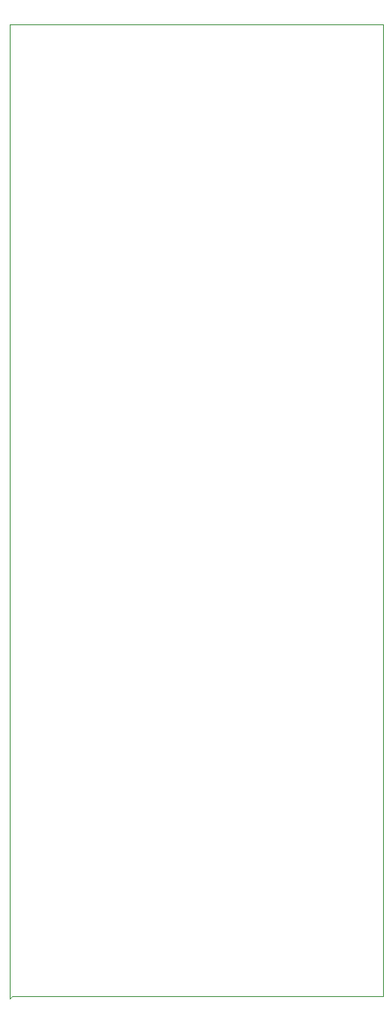
<source format=gbr>
%TF.GenerationSoftware,Altium Limited,Altium Designer,23.10.1 (27)*%
G04 Layer_Color=0*
%FSLAX45Y45*%
%MOMM*%
%TF.SameCoordinates,40B06F7F-77FB-44A8-8835-1C76E92FD704*%
%TF.FilePolarity,Positive*%
%TF.FileFunction,Profile,NP*%
%TF.Part,Single*%
G01*
G75*
%TA.AperFunction,Profile*%
%ADD16C,0.02540*%
D16*
X2552700Y12700000D02*
X6438900D01*
Y2578100D01*
X2578100D01*
X2552700Y2552700D01*
Y12700000D01*
%TF.MD5,0a70af43377d5441175c4351f05fba07*%
M02*

</source>
